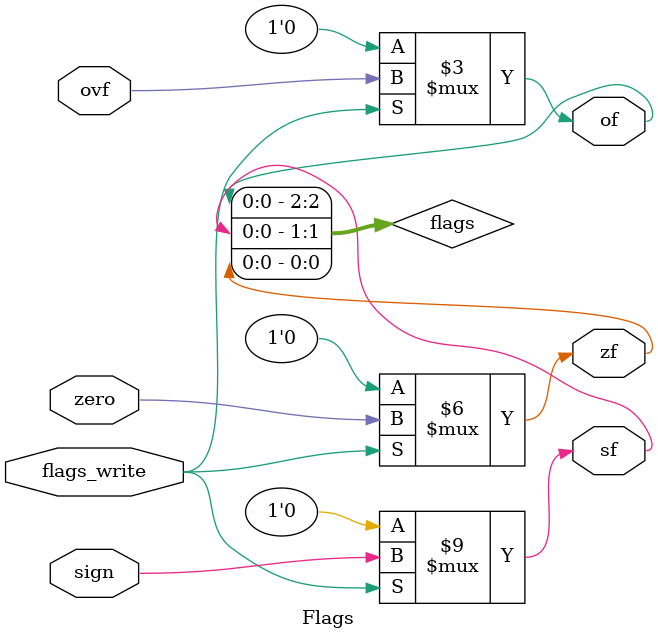
<source format=v>
`timescale 1ns / 1ps

module Flags(
    input flags_write,
	 input zero,
	 input sign,
	 input ovf,
	 output zf,
	 output sf,
	 output of
    );
	 
	 reg [2:0] flags;
	 assign zf = flags[0];
	 assign sf = flags[1];
	 assign of = flags[2];
	 
	 always @ (flags_write or zero or sign or ovf)
	 begin
		flags = 3'b000;
		if(flags_write)
		begin
			flags[0] = zero;
			flags[1] = sign;
			flags[2] = ovf;
		end
	end

endmodule

</source>
